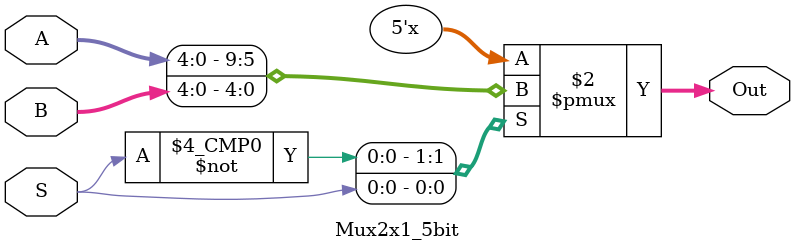
<source format=v>
module Mux2x1_5bit(
    input [4:0] A,
    input [4:0] B,
    input S,
    output reg [4:0] Out
);

    always @(*) begin
        case (S)
            1'b0: Out = A;
            1'b1: Out = B;
            default: Out = 4'b0000;
        endcase
    end

endmodule

</source>
